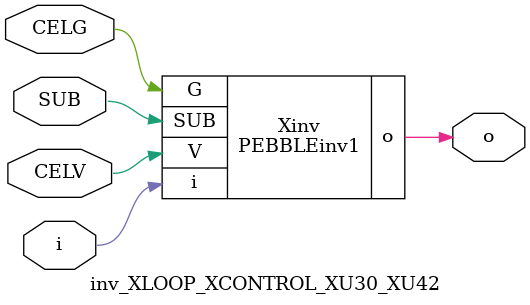
<source format=v>



module PEBBLEinv1 ( o, G, SUB, V, i );

  input V;
  input i;
  input G;
  output o;
  input SUB;
endmodule

//Celera Confidential Do Not Copy inv_XLOOP_XCONTROL_XU30_XU42
//Celera Confidential Symbol Generator
//5V Inverter
module inv_XLOOP_XCONTROL_XU30_XU42 (CELV,CELG,i,o,SUB);
input CELV;
input CELG;
input i;
input SUB;
output o;

//Celera Confidential Do Not Copy inv
PEBBLEinv1 Xinv(
.V (CELV),
.i (i),
.o (o),
.SUB (SUB),
.G (CELG)
);
//,diesize,PEBBLEinv1

//Celera Confidential Do Not Copy Module End
//Celera Schematic Generator
endmodule

</source>
